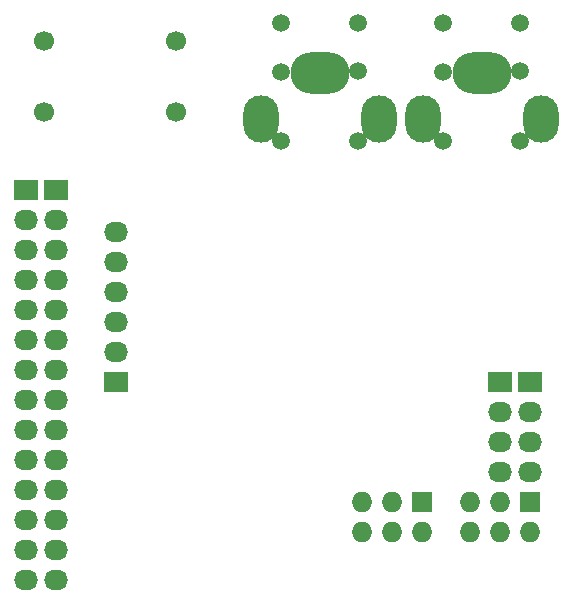
<source format=gbs>
G04 #@! TF.FileFunction,Soldermask,Bot*
%FSLAX46Y46*%
G04 Gerber Fmt 4.6, Leading zero omitted, Abs format (unit mm)*
G04 Created by KiCad (PCBNEW 4.0.2-4+6225~38~ubuntu14.04.1-stable) date Mon 29 Feb 2016 18:52:31 GMT*
%MOMM*%
G01*
G04 APERTURE LIST*
%ADD10C,0.100000*%
%ADD11R,1.727200X1.727200*%
%ADD12O,1.727200X1.727200*%
%ADD13C,1.500000*%
%ADD14O,3.000000X4.000000*%
%ADD15O,5.000000X3.500000*%
%ADD16C,1.700000*%
%ADD17R,2.032000X1.727200*%
%ADD18O,2.032000X1.727200*%
G04 APERTURE END LIST*
D10*
D11*
X137668000Y-141732000D03*
D12*
X137668000Y-144272000D03*
X135128000Y-141732000D03*
X135128000Y-144272000D03*
X132588000Y-141732000D03*
X132588000Y-144272000D03*
D11*
X146812000Y-141732000D03*
D12*
X146812000Y-144272000D03*
X144272000Y-141732000D03*
X144272000Y-144272000D03*
X141732000Y-141732000D03*
X141732000Y-144272000D03*
D13*
X145998000Y-111176000D03*
X139498000Y-111176000D03*
X145998000Y-105176000D03*
X139498000Y-105276000D03*
X145998000Y-101176000D03*
X139498000Y-101176000D03*
D14*
X147748000Y-109276000D03*
X137748000Y-109276000D03*
D15*
X142748000Y-105376000D03*
D13*
X132282000Y-111176000D03*
X125782000Y-111176000D03*
X132282000Y-105176000D03*
X125782000Y-105276000D03*
X132282000Y-101176000D03*
X125782000Y-101176000D03*
D14*
X134032000Y-109276000D03*
X124032000Y-109276000D03*
D15*
X129032000Y-105376000D03*
D16*
X116840000Y-108656000D03*
X116840000Y-102656000D03*
X105664000Y-108656000D03*
X105664000Y-102656000D03*
D17*
X104140000Y-115316000D03*
D18*
X104140000Y-117856000D03*
X104140000Y-120396000D03*
X104140000Y-122936000D03*
X104140000Y-125476000D03*
X104140000Y-128016000D03*
X104140000Y-130556000D03*
X104140000Y-133096000D03*
X104140000Y-135636000D03*
X104140000Y-138176000D03*
X104140000Y-140716000D03*
X104140000Y-143256000D03*
X104140000Y-145796000D03*
X104140000Y-148336000D03*
D17*
X106680000Y-115316000D03*
D18*
X106680000Y-117856000D03*
X106680000Y-120396000D03*
X106680000Y-122936000D03*
X106680000Y-125476000D03*
X106680000Y-128016000D03*
X106680000Y-130556000D03*
X106680000Y-133096000D03*
X106680000Y-135636000D03*
X106680000Y-138176000D03*
X106680000Y-140716000D03*
X106680000Y-143256000D03*
X106680000Y-145796000D03*
X106680000Y-148336000D03*
D17*
X111760000Y-131572000D03*
D18*
X111760000Y-129032000D03*
X111760000Y-126492000D03*
X111760000Y-123952000D03*
X111760000Y-121412000D03*
X111760000Y-118872000D03*
D17*
X144272000Y-131572000D03*
D18*
X144272000Y-134112000D03*
X144272000Y-136652000D03*
X144272000Y-139192000D03*
D17*
X146812000Y-131572000D03*
D18*
X146812000Y-134112000D03*
X146812000Y-136652000D03*
X146812000Y-139192000D03*
M02*

</source>
